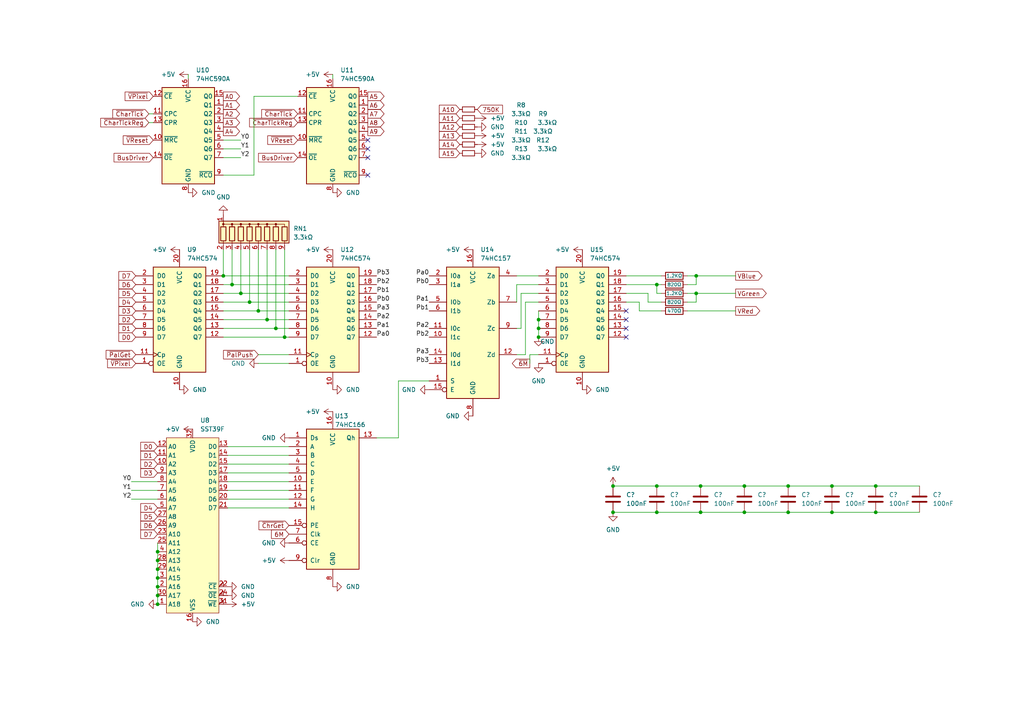
<source format=kicad_sch>
(kicad_sch (version 20230121) (generator eeschema)
  (paper "A4")
  (title_block (title "Video"))
  (lib_symbols
    (symbol "74xx:74HC590A"
      (property "Reference" "U" (at -7.62 16.51 0))
      (property "Value" "74HC590A" (at -7.62 -13.97 0))
      (symbol "74HC590A_1_0"
        (pin tri_state line (at 10.16 10.16 180) (length 2.54) (name "Q1") (number "1"))
        (pin input line (at -10.16 0 0) (length 2.54) (name "~{MRC}") (number "10"))
        (pin input line (at -10.16 7.62 0) (length 2.54) (name "CPC") (number "11"))
        (pin input line (at -10.16 12.7 0) (length 2.54) (name "~{CE}") (number "12"))
        (pin input line (at -10.16 5.08 0) (length 2.54) (name "CPR") (number "13"))
        (pin input line (at -10.16 -5.08 0) (length 2.54) (name "~{OE}") (number "14"))
        (pin tri_state line (at 10.16 12.7 180) (length 2.54) (name "Q0") (number "15"))
        (pin power_in line (at 0 17.78 270) (length 2.54) (name "VCC") (number "16"))
        (pin tri_state line (at 10.16 7.62 180) (length 2.54) (name "Q2") (number "2"))
        (pin tri_state line (at 10.16 5.08 180) (length 2.54) (name "Q3") (number "3"))
        (pin tri_state line (at 10.16 2.54 180) (length 2.54) (name "Q4") (number "4"))
        (pin tri_state line (at 10.16 0 180) (length 2.54) (name "Q5") (number "5"))
        (pin tri_state line (at 10.16 -2.54 180) (length 2.54) (name "Q6") (number "6"))
        (pin tri_state line (at 10.16 -5.08 180) (length 2.54) (name "Q7") (number "7"))
        (pin power_in line (at 0 -15.24 90) (length 2.54) (name "GND") (number "8"))
        (pin output line (at 10.16 -10.16 180) (length 2.54) (name "~{RCO}") (number "9"))
      )
      (symbol "74HC590A_1_1"
        (rectangle (start -7.62 15.24) (end 7.62 -12.7) (stroke (width 0.254)) (fill (type background)))
      )
    )
    (symbol "74xx:74HCT574" (pin_names (offset 1.016))
      (property "Reference" "U" (at -7.62 16.51 0))
      (property "Value" "74HCT574" (at -7.62 -16.51 0))
      (symbol "74HCT574_1_0"
        (pin input inverted (at -12.7 -12.7 0) (length 5.08) (name "OE") (number "1"))
        (pin power_in line (at 0 -20.32 90) (length 5.08) (name "GND") (number "10"))
        (pin input clock (at -12.7 -10.16 0) (length 5.08) (name "Cp") (number "11"))
        (pin tri_state line (at 12.7 -5.08 180) (length 5.08) (name "Q7") (number "12"))
        (pin tri_state line (at 12.7 -2.54 180) (length 5.08) (name "Q6") (number "13"))
        (pin tri_state line (at 12.7 0 180) (length 5.08) (name "Q5") (number "14"))
        (pin tri_state line (at 12.7 2.54 180) (length 5.08) (name "Q4") (number "15"))
        (pin tri_state line (at 12.7 5.08 180) (length 5.08) (name "Q3") (number "16"))
        (pin tri_state line (at 12.7 7.62 180) (length 5.08) (name "Q2") (number "17"))
        (pin tri_state line (at 12.7 10.16 180) (length 5.08) (name "Q1") (number "18"))
        (pin tri_state line (at 12.7 12.7 180) (length 5.08) (name "Q0") (number "19"))
        (pin input line (at -12.7 12.7 0) (length 5.08) (name "D0") (number "2"))
        (pin power_in line (at 0 20.32 270) (length 5.08) (name "VCC") (number "20"))
        (pin input line (at -12.7 10.16 0) (length 5.08) (name "D1") (number "3"))
        (pin input line (at -12.7 7.62 0) (length 5.08) (name "D2") (number "4"))
        (pin input line (at -12.7 5.08 0) (length 5.08) (name "D3") (number "5"))
        (pin input line (at -12.7 2.54 0) (length 5.08) (name "D4") (number "6"))
        (pin input line (at -12.7 0 0) (length 5.08) (name "D5") (number "7"))
        (pin input line (at -12.7 -2.54 0) (length 5.08) (name "D6") (number "8"))
        (pin input line (at -12.7 -5.08 0) (length 5.08) (name "D7") (number "9"))
      )
      (symbol "74HCT574_1_1"
        (rectangle (start -7.62 15.24) (end 7.62 -15.24) (stroke (width 0.254)) (fill (type background)))
      )
    )
    (symbol "74xx:74LS157" (pin_names (offset 1.016))
      (property "Reference" "U" (at -7.62 19.05 0))
      (property "Value" "74LS157" (at -7.62 -21.59 0))
      (symbol "74LS157_1_0"
        (pin input line (at -12.7 -15.24 0) (length 5.08) (name "S") (number "1"))
        (pin input line (at -12.7 -2.54 0) (length 5.08) (name "I1c") (number "10"))
        (pin input line (at -12.7 0 0) (length 5.08) (name "I0c") (number "11"))
        (pin output line (at 12.7 -7.62 180) (length 5.08) (name "Zd") (number "12"))
        (pin input line (at -12.7 -10.16 0) (length 5.08) (name "I1d") (number "13"))
        (pin input line (at -12.7 -7.62 0) (length 5.08) (name "I0d") (number "14"))
        (pin input inverted (at -12.7 -17.78 0) (length 5.08) (name "E") (number "15"))
        (pin power_in line (at 0 22.86 270) (length 5.08) (name "VCC") (number "16"))
        (pin input line (at -12.7 15.24 0) (length 5.08) (name "I0a") (number "2"))
        (pin input line (at -12.7 12.7 0) (length 5.08) (name "I1a") (number "3"))
        (pin output line (at 12.7 15.24 180) (length 5.08) (name "Za") (number "4"))
        (pin input line (at -12.7 7.62 0) (length 5.08) (name "I0b") (number "5"))
        (pin input line (at -12.7 5.08 0) (length 5.08) (name "I1b") (number "6"))
        (pin output line (at 12.7 7.62 180) (length 5.08) (name "Zb") (number "7"))
        (pin power_in line (at 0 -25.4 90) (length 5.08) (name "GND") (number "8"))
        (pin output line (at 12.7 0 180) (length 5.08) (name "Zc") (number "9"))
      )
      (symbol "74LS157_1_1"
        (rectangle (start -7.62 17.78) (end 7.62 -20.32) (stroke (width 0.254)) (fill (type background)))
      )
    )
    (symbol "74xx:74LS166" (pin_names (offset 1.016))
      (property "Reference" "U" (at -7.62 21.59 0))
      (property "Value" "74LS166" (at -7.62 -21.59 0))
      (symbol "74LS166_1_0"
        (pin input line (at -12.7 17.78 0) (length 5.08) (name "Ds") (number "1"))
        (pin input line (at -12.7 5.08 0) (length 5.08) (name "E") (number "10"))
        (pin input line (at -12.7 2.54 0) (length 5.08) (name "F") (number "11"))
        (pin input line (at -12.7 0 0) (length 5.08) (name "G") (number "12"))
        (pin output line (at 12.7 17.78 180) (length 5.08) (name "Qh") (number "13"))
        (pin input line (at -12.7 -2.54 0) (length 5.08) (name "H") (number "14"))
        (pin input inverted (at -12.7 -7.62 0) (length 5.08) (name "PE") (number "15"))
        (pin power_in line (at 0 25.4 270) (length 5.08) (name "VCC") (number "16"))
        (pin input line (at -12.7 15.24 0) (length 5.08) (name "A") (number "2"))
        (pin input line (at -12.7 12.7 0) (length 5.08) (name "B") (number "3"))
        (pin input line (at -12.7 10.16 0) (length 5.08) (name "C") (number "4"))
        (pin input line (at -12.7 7.62 0) (length 5.08) (name "D") (number "5"))
        (pin input inverted (at -12.7 -12.7 0) (length 5.08) (name "CE") (number "6"))
        (pin input line (at -12.7 -10.16 0) (length 5.08) (name "Clk") (number "7"))
        (pin power_in line (at 0 -25.4 90) (length 5.08) (name "GND") (number "8"))
        (pin input inverted (at -12.7 -17.78 0) (length 5.08) (name "Clr") (number "9"))
      )
      (symbol "74LS166_1_1"
        (rectangle (start -7.62 20.32) (end 7.62 -20.32) (stroke (width 0.254)) (fill (type background)))
      )
    )
    (symbol "Device:C" (pin_numbers hide) (pin_names (offset 0.254))
      (property "Reference" "C" (at 0.635 2.54 0))
      (property "Value" "C" (at 0.635 -2.54 0))
      (symbol "C_0_1"
        (polyline (pts (xy -2.032 -0.762) (xy 2.032 -0.762)) (stroke (width 0.508)))
        (polyline (pts (xy -2.032 0.762) (xy 2.032 0.762)) (stroke (width 0.508)))
      )
      (symbol "C_1_1"
        (pin passive line (at 0 3.81 270) (length 2.794) (name "~") (number "1"))
        (pin passive line (at 0 -3.81 90) (length 2.794) (name "~") (number "2"))
      )
    )
    (symbol "Device:R" (pin_numbers hide) (pin_names (offset 0))
      (property "Reference" "R" (at 2.032 0 90))
      (property "Value" "R" (at 0 0 90))
      (symbol "R_0_1"
        (rectangle (start -1.016 -2.54) (end 1.016 2.54) (stroke (width 0.254)))
      )
      (symbol "R_1_1"
        (pin passive line (at 0 3.81 270) (length 1.27) (name "~") (number "1"))
        (pin passive line (at 0 -3.81 90) (length 1.27) (name "~") (number "2"))
      )
    )
    (symbol "Device:R_Network08" (pin_names (offset 0) hide)
      (property "Reference" "RN" (at -12.7 0 90))
      (property "Value" "R_Network08" (at 10.16 0 90))
      (symbol "R_Network08_0_1"
        (rectangle (start -11.43 -3.175) (end 8.89 3.175) (stroke (width 0.254)) (fill (type background)))
        (rectangle (start -10.922 1.524) (end -9.398 -2.54) (stroke (width 0.254)))
        (circle (center -10.16 2.286) (radius 0.254) (fill (type outline)))
        (rectangle (start -8.382 1.524) (end -6.858 -2.54) (stroke (width 0.254)))
        (circle (center -7.62 2.286) (radius 0.254) (fill (type outline)))
        (rectangle (start -5.842 1.524) (end -4.318 -2.54) (stroke (width 0.254)))
        (circle (center -5.08 2.286) (radius 0.254) (fill (type outline)))
        (rectangle (start -3.302 1.524) (end -1.778 -2.54) (stroke (width 0.254)))
        (circle (center -2.54 2.286) (radius 0.254) (fill (type outline)))
        (rectangle (start -0.762 1.524) (end 0.762 -2.54) (stroke (width 0.254)))
        (polyline (pts (xy -10.16 -2.54) (xy -10.16 -3.81)))
        (polyline (pts (xy -7.62 -2.54) (xy -7.62 -3.81)))
        (polyline (pts (xy -5.08 -2.54) (xy -5.08 -3.81)))
        (polyline (pts (xy -2.54 -2.54) (xy -2.54 -3.81)))
        (polyline (pts (xy 0 -2.54) (xy 0 -3.81)))
        (polyline (pts (xy 2.54 -2.54) (xy 2.54 -3.81)))
        (polyline (pts (xy 5.08 -2.54) (xy 5.08 -3.81)))
        (polyline (pts (xy 7.62 -2.54) (xy 7.62 -3.81)))
        (polyline (pts (xy -10.16 1.524) (xy -10.16 2.286) (xy -7.62 2.286) (xy -7.62 1.524)))
        (polyline (pts (xy -7.62 1.524) (xy -7.62 2.286) (xy -5.08 2.286) (xy -5.08 1.524)))
        (polyline (pts (xy -5.08 1.524) (xy -5.08 2.286) (xy -2.54 2.286) (xy -2.54 1.524)))
        (polyline (pts (xy -2.54 1.524) (xy -2.54 2.286) (xy 0 2.286) (xy 0 1.524)))
        (polyline (pts (xy 0 1.524) (xy 0 2.286) (xy 2.54 2.286) (xy 2.54 1.524)))
        (polyline (pts (xy 2.54 1.524) (xy 2.54 2.286) (xy 5.08 2.286) (xy 5.08 1.524)))
        (polyline (pts (xy 5.08 1.524) (xy 5.08 2.286) (xy 7.62 2.286) (xy 7.62 1.524)))
        (circle (center 0 2.286) (radius 0.254) (fill (type outline)))
        (rectangle (start 1.778 1.524) (end 3.302 -2.54) (stroke (width 0.254)))
        (circle (center 2.54 2.286) (radius 0.254) (fill (type outline)))
        (rectangle (start 4.318 1.524) (end 5.842 -2.54) (stroke (width 0.254)))
        (circle (center 5.08 2.286) (radius 0.254) (fill (type outline)))
        (rectangle (start 6.858 1.524) (end 8.382 -2.54) (stroke (width 0.254)))
      )
      (symbol "R_Network08_1_1"
        (pin passive line (at -10.16 5.08 270) (length 2.54) (name "common") (number "1"))
        (pin passive line (at -10.16 -5.08 90) (length 1.27) (name "R1") (number "2"))
        (pin passive line (at -7.62 -5.08 90) (length 1.27) (name "R2") (number "3"))
        (pin passive line (at -5.08 -5.08 90) (length 1.27) (name "R3") (number "4"))
        (pin passive line (at -2.54 -5.08 90) (length 1.27) (name "R4") (number "5"))
        (pin passive line (at 0 -5.08 90) (length 1.27) (name "R5") (number "6"))
        (pin passive line (at 2.54 -5.08 90) (length 1.27) (name "R6") (number "7"))
        (pin passive line (at 5.08 -5.08 90) (length 1.27) (name "R7") (number "8"))
        (pin passive line (at 7.62 -5.08 90) (length 1.27) (name "R8") (number "9"))
      )
    )
    (symbol "Device:R_Small" (pin_numbers hide) (pin_names (offset 0.254) hide)
      (property "Reference" "R" (at 0.762 0.508 0))
      (property "Value" "R_Small" (at 0.762 -1.016 0))
      (symbol "R_Small_0_1"
        (rectangle (start -0.762 1.778) (end 0.762 -1.778) (stroke (width 0.2032)))
      )
      (symbol "R_Small_1_1"
        (pin passive line (at 0 2.54 270) (length 0.762) (name "~") (number "1"))
        (pin passive line (at 0 -2.54 90) (length 0.762) (name "~") (number "2"))
      )
    )
    (symbol "Memory_Lib:SST39SF040"
      (property "Reference" "U" (at 11.43 54.61 0))
      (property "Value" "SST39SF040" (at 19.05 52.07 0))
      (symbol "SST39SF040_1_1"
        (rectangle (start 0 50.8) (end 15.24 0) (fill (type background)))
        (pin input line (at -2.54 2.54 0) (length 2.54) (name "A18") (number "1"))
        (pin input line (at -2.54 43.18 0) (length 2.54) (name "A2") (number "10"))
        (pin input line (at -2.54 45.72 0) (length 2.54) (name "A1") (number "11"))
        (pin input line (at -2.54 48.26 0) (length 2.54) (name "A0") (number "12"))
        (pin bidirectional line (at 17.78 48.26 180) (length 2.54) (name "D0") (number "13"))
        (pin bidirectional line (at 17.78 45.72 180) (length 2.54) (name "D1") (number "14"))
        (pin bidirectional line (at 17.78 43.18 180) (length 2.54) (name "D2") (number "15"))
        (pin power_in line (at 7.62 -2.54 90) (length 2.54) (name "VSS") (number "16"))
        (pin bidirectional line (at 17.78 40.64 180) (length 2.54) (name "D3") (number "17"))
        (pin bidirectional line (at 17.78 38.1 180) (length 2.54) (name "D4") (number "18"))
        (pin bidirectional line (at 17.78 35.56 180) (length 2.54) (name "D5") (number "19"))
        (pin input line (at -2.54 7.62 0) (length 2.54) (name "A16") (number "2"))
        (pin bidirectional line (at 17.78 33.02 180) (length 2.54) (name "D6") (number "20"))
        (pin bidirectional line (at 17.78 30.48 180) (length 2.54) (name "D7") (number "21"))
        (pin input input_low (at 17.78 7.62 180) (length 2.54) (name "~{CE}") (number "22"))
        (pin input line (at -2.54 22.86 0) (length 2.54) (name "A10") (number "23"))
        (pin input input_low (at 17.78 5.08 180) (length 2.54) (name "~{OE}") (number "24"))
        (pin input line (at -2.54 20.32 0) (length 2.54) (name "A11") (number "25"))
        (pin input line (at -2.54 25.4 0) (length 2.54) (name "A9") (number "26"))
        (pin input line (at -2.54 27.94 0) (length 2.54) (name "A8") (number "27"))
        (pin input line (at -2.54 15.24 0) (length 2.54) (name "A13") (number "28"))
        (pin input line (at -2.54 12.7 0) (length 2.54) (name "A14") (number "29"))
        (pin input line (at -2.54 10.16 0) (length 2.54) (name "A15") (number "3"))
        (pin input line (at -2.54 5.08 0) (length 2.54) (name "A17") (number "30"))
        (pin input input_low (at 17.78 2.54 180) (length 2.54) (name "~{WE}") (number "31"))
        (pin power_in line (at 7.62 53.34 270) (length 2.54) (name "VDD") (number "32"))
        (pin input line (at -2.54 17.78 0) (length 2.54) (name "A12") (number "4"))
        (pin input line (at -2.54 30.48 0) (length 2.54) (name "A7") (number "5"))
        (pin input line (at -2.54 33.02 0) (length 2.54) (name "A6") (number "6"))
        (pin input line (at -2.54 35.56 0) (length 2.54) (name "A5") (number "7"))
        (pin input line (at -2.54 38.1 0) (length 2.54) (name "A4") (number "8"))
        (pin input line (at -2.54 40.64 0) (length 2.54) (name "A3") (number "9"))
      )
    )
    (symbol "power:+5V" (power) (pin_names (offset 0))
      (property "Value" "+5V" (at 0 3.556 0))
      (symbol "+5V_0_1"
        (polyline (pts (xy -0.762 1.27) (xy 0 2.54)))
        (polyline (pts (xy 0 0) (xy 0 2.54)))
        (polyline (pts (xy 0 2.54) (xy 0.762 1.27)))
      )
      (symbol "+5V_1_1"
        (pin power_in line (at 0 0 90) (length 0) hide (name "+5V") (number "1"))
      )
    )
    (symbol "power:GND" (power) (pin_names (offset 0))
      (property "Value" "GND" (at 0 -3.81 0))
      (symbol "GND_0_1"
        (polyline (pts (xy 0 0) (xy 0 -1.27) (xy 1.27 -1.27) (xy 0 -2.54) (xy -1.27 -1.27) (xy 0 -1.27)))
      )
      (symbol "GND_1_1"
        (pin power_in line (at 0 0 270) (length 0) hide (name "GND") (number "1"))
      )
    )
  )
  (junction (at 45.72 175.26))
  (junction (at 241.3 148.59))
  (junction (at 64.77 80.01))
  (junction (at 45.72 167.64))
  (junction (at 45.72 162.56))
  (junction (at 201.93 80.01))
  (junction (at 45.72 160.02))
  (junction (at 254 148.59))
  (junction (at 203.2 148.59))
  (junction (at 228.6 140.97))
  (junction (at 203.2 140.97))
  (junction (at 45.72 172.72))
  (junction (at 215.9 140.97))
  (junction (at 74.93 90.17))
  (junction (at 254 140.97))
  (junction (at 45.72 165.1))
  (junction (at 82.55 97.79))
  (junction (at 72.39 87.63))
  (junction (at 201.93 85.09))
  (junction (at 45.72 170.18))
  (junction (at 215.9 148.59))
  (junction (at 77.47 92.71))
  (junction (at 156.21 97.79))
  (junction (at 156.21 92.71))
  (junction (at 228.6 148.59))
  (junction (at 177.8 148.59))
  (junction (at 190.5 148.59))
  (junction (at 69.85 85.09))
  (junction (at 80.01 95.25))
  (junction (at 241.3 140.97))
  (junction (at 67.31 82.55))
  (junction (at 177.8 140.97))
  (junction (at 156.21 95.25))
  (junction (at 190.5 140.97))
  (junction (at 190.5 82.55))
  (no_connect (at 181.61 97.79))
  (no_connect (at 181.61 92.71))
  (no_connect (at 106.68 50.8))
  (no_connect (at 181.61 95.25))
  (no_connect (at 106.68 40.64))
  (no_connect (at 106.68 43.18))
  (no_connect (at 181.61 90.17))
  (no_connect (at 106.68 45.72))
  (wire (pts (xy 66.04 139.7) (xy 83.82 139.7)))
  (wire (pts (xy 153.67 105.41) (xy 153.67 102.87)))
  (wire (pts (xy 45.72 157.48) (xy 45.72 160.02)))
  (wire (pts (xy 96.52 21.59) (xy 96.52 22.86)))
  (wire (pts (xy 156.21 95.25) (xy 156.21 97.79)))
  (wire (pts (xy 215.9 148.59) (xy 228.6 148.59)))
  (wire (pts (xy 64.77 50.8) (xy 73.66 50.8)))
  (wire (pts (xy 191.77 85.09) (xy 190.5 85.09)))
  (wire (pts (xy 66.04 147.32) (xy 83.82 147.32)))
  (wire (pts (xy 241.3 148.59) (xy 254 148.59)))
  (wire (pts (xy 67.31 82.55) (xy 64.77 82.55)))
  (wire (pts (xy 151.13 95.25) (xy 151.13 85.09)))
  (wire (pts (xy 72.39 72.39) (xy 72.39 87.63)))
  (wire (pts (xy 199.39 82.55) (xy 201.93 82.55)))
  (wire (pts (xy 149.86 102.87) (xy 152.4 102.87)))
  (wire (pts (xy 72.39 87.63) (xy 64.77 87.63)))
  (wire (pts (xy 177.8 140.97) (xy 190.5 140.97)))
  (wire (pts (xy 45.72 170.18) (xy 45.72 172.72)))
  (wire (pts (xy 82.55 97.79) (xy 64.77 97.79)))
  (wire (pts (xy 215.9 140.97) (xy 228.6 140.97)))
  (wire (pts (xy 83.82 105.41) (xy 74.93 105.41)))
  (wire (pts (xy 156.21 90.17) (xy 156.21 92.71)))
  (wire (pts (xy 199.39 80.01) (xy 201.93 80.01)))
  (wire (pts (xy 190.5 140.97) (xy 203.2 140.97)))
  (wire (pts (xy 201.93 85.09) (xy 213.36 85.09)))
  (wire (pts (xy 83.82 87.63) (xy 72.39 87.63)))
  (wire (pts (xy 66.04 132.08) (xy 83.82 132.08)))
  (wire (pts (xy 45.72 160.02) (xy 45.72 162.56)))
  (wire (pts (xy 187.96 87.63) (xy 191.77 87.63)))
  (wire (pts (xy 45.72 165.1) (xy 45.72 167.64)))
  (wire (pts (xy 115.57 127) (xy 115.57 110.49)))
  (wire (pts (xy 45.72 162.56) (xy 45.72 165.1)))
  (wire (pts (xy 66.04 129.54) (xy 83.82 129.54)))
  (wire (pts (xy 43.18 33.02) (xy 44.45 33.02)))
  (wire (pts (xy 151.13 85.09) (xy 156.21 85.09)))
  (wire (pts (xy 83.82 80.01) (xy 64.77 80.01)))
  (wire (pts (xy 77.47 72.39) (xy 77.47 92.71)))
  (wire (pts (xy 181.61 80.01) (xy 191.77 80.01)))
  (wire (pts (xy 115.57 110.49) (xy 124.46 110.49)))
  (wire (pts (xy 152.4 87.63) (xy 156.21 87.63)))
  (wire (pts (xy 66.04 137.16) (xy 83.82 137.16)))
  (wire (pts (xy 38.1 144.78) (xy 45.72 144.78)))
  (wire (pts (xy 187.96 85.09) (xy 187.96 87.63)))
  (wire (pts (xy 69.85 40.64) (xy 64.77 40.64)))
  (wire (pts (xy 83.82 97.79) (xy 82.55 97.79)))
  (wire (pts (xy 45.72 172.72) (xy 45.72 175.26)))
  (wire (pts (xy 74.93 90.17) (xy 64.77 90.17)))
  (wire (pts (xy 228.6 148.59) (xy 241.3 148.59)))
  (wire (pts (xy 64.77 72.39) (xy 64.77 80.01)))
  (wire (pts (xy 181.61 85.09) (xy 187.96 85.09)))
  (wire (pts (xy 83.82 95.25) (xy 80.01 95.25)))
  (wire (pts (xy 156.21 92.71) (xy 156.21 95.25)))
  (wire (pts (xy 67.31 72.39) (xy 67.31 82.55)))
  (wire (pts (xy 201.93 80.01) (xy 201.93 82.55)))
  (wire (pts (xy 38.1 139.7) (xy 45.72 139.7)))
  (wire (pts (xy 190.5 82.55) (xy 191.77 82.55)))
  (wire (pts (xy 201.93 80.01) (xy 213.36 80.01)))
  (wire (pts (xy 152.4 102.87) (xy 152.4 87.63)))
  (wire (pts (xy 83.82 90.17) (xy 74.93 90.17)))
  (wire (pts (xy 77.47 92.71) (xy 64.77 92.71)))
  (wire (pts (xy 185.42 87.63) (xy 185.42 90.17)))
  (wire (pts (xy 185.42 90.17) (xy 191.77 90.17)))
  (wire (pts (xy 254 140.97) (xy 266.7 140.97)))
  (wire (pts (xy 109.22 127) (xy 115.57 127)))
  (wire (pts (xy 83.82 82.55) (xy 67.31 82.55)))
  (wire (pts (xy 82.55 72.39) (xy 82.55 97.79)))
  (wire (pts (xy 177.8 148.59) (xy 190.5 148.59)))
  (wire (pts (xy 199.39 85.09) (xy 201.93 85.09)))
  (wire (pts (xy 190.5 82.55) (xy 190.5 85.09)))
  (wire (pts (xy 43.18 35.56) (xy 44.45 35.56)))
  (wire (pts (xy 83.82 102.87) (xy 74.93 102.87)))
  (wire (pts (xy 80.01 95.25) (xy 64.77 95.25)))
  (wire (pts (xy 73.66 27.94) (xy 86.36 27.94)))
  (wire (pts (xy 149.86 82.55) (xy 149.86 87.63)))
  (wire (pts (xy 66.04 142.24) (xy 83.82 142.24)))
  (wire (pts (xy 74.93 72.39) (xy 74.93 90.17)))
  (wire (pts (xy 69.85 72.39) (xy 69.85 85.09)))
  (wire (pts (xy 199.39 90.17) (xy 213.36 90.17)))
  (wire (pts (xy 199.39 87.63) (xy 201.93 87.63)))
  (wire (pts (xy 149.86 95.25) (xy 151.13 95.25)))
  (wire (pts (xy 80.01 72.39) (xy 80.01 95.25)))
  (wire (pts (xy 66.04 134.62) (xy 83.82 134.62)))
  (wire (pts (xy 181.61 82.55) (xy 190.5 82.55)))
  (wire (pts (xy 45.72 167.64) (xy 45.72 170.18)))
  (wire (pts (xy 149.86 82.55) (xy 156.21 82.55)))
  (wire (pts (xy 203.2 140.97) (xy 215.9 140.97)))
  (wire (pts (xy 69.85 43.18) (xy 64.77 43.18)))
  (wire (pts (xy 228.6 140.97) (xy 241.3 140.97)))
  (wire (pts (xy 203.2 148.59) (xy 215.9 148.59)))
  (wire (pts (xy 66.04 144.78) (xy 83.82 144.78)))
  (wire (pts (xy 190.5 148.59) (xy 203.2 148.59)))
  (wire (pts (xy 69.85 85.09) (xy 64.77 85.09)))
  (wire (pts (xy 83.82 92.71) (xy 77.47 92.71)))
  (wire (pts (xy 254 148.59) (xy 266.7 148.59)))
  (wire (pts (xy 38.1 142.24) (xy 45.72 142.24)))
  (wire (pts (xy 73.66 50.8) (xy 73.66 27.94)))
  (wire (pts (xy 153.67 102.87) (xy 156.21 102.87)))
  (wire (pts (xy 54.61 21.59) (xy 54.61 22.86)))
  (wire (pts (xy 201.93 87.63) (xy 201.93 85.09)))
  (wire (pts (xy 149.86 80.01) (xy 156.21 80.01)))
  (wire (pts (xy 181.61 87.63) (xy 185.42 87.63)))
  (wire (pts (xy 241.3 140.97) (xy 254 140.97)))
  (wire (pts (xy 69.85 45.72) (xy 64.77 45.72)))
  (wire (pts (xy 83.82 85.09) (xy 69.85 85.09)))
  (label "Pa1" (at 109.22 95.25 0))
  (label "Y0" (at 38.1 139.7 180))
  (label "Pa2" (at 109.22 92.71 0))
  (label "Pb0" (at 109.22 87.63 0))
  (label "Pb2" (at 109.22 82.55 0))
  (label "Pa3" (at 124.46 102.87 180))
  (label "Pb3" (at 124.46 105.41 180))
  (label "Y1" (at 69.85 43.18 0))
  (label "Pa2" (at 124.46 95.25 180))
  (label "Y0" (at 69.85 40.64 0))
  (label "Pa0" (at 109.22 97.79 0))
  (label "Pb0" (at 124.46 82.55 180))
  (label "Pb1" (at 109.22 85.09 0))
  (label "Y1" (at 38.1 142.24 180))
  (label "Y2" (at 38.1 144.78 180))
  (label "Pb1" (at 124.46 90.17 180))
  (label "Pa0" (at 124.46 80.01 180))
  (label "Pa3" (at 109.22 90.17 0))
  (label "Pb3" (at 109.22 80.01 0))
  (label "Pb2" (at 124.46 97.79 180))
  (label "Pa1" (at 124.46 87.63 180))
  (label "Y2" (at 69.85 45.72 0))
  (global_label "~{6M}" (shape output) (at 153.67 105.41 180) (property "Intersheetrefs" "${INTERSHEET_REFS}" (effects hide)))
  (global_label "A10" (shape input) (at 133.35 31.75 180) (property "Intersheetrefs" "${INTERSHEET_REFS}" (effects hide)))
  (global_label "D4" (shape input) (at 39.37 87.63 180) (property "Intersheetrefs" "${INTERSHEET_REFS}" (effects hide)))
  (global_label "A4" (shape output) (at 64.77 38.1 0) (property "Intersheetrefs" "${INTERSHEET_REFS}" (effects hide)))
  (global_label "A14" (shape input) (at 133.35 41.91 180) (property "Intersheetrefs" "${INTERSHEET_REFS}" (effects hide)))
  (global_label "A0" (shape output) (at 64.77 27.94 0) (property "Intersheetrefs" "${INTERSHEET_REFS}" (effects hide)))
  (global_label "~{VPixel}" (shape input) (at 44.45 27.94 180) (property "Intersheetrefs" "${INTERSHEET_REFS}" (effects hide)))
  (global_label "VGreen" (shape output) (at 213.36 85.09 0) (property "Intersheetrefs" "${INTERSHEET_REFS}" (effects hide)))
  (global_label "VRed" (shape output) (at 213.36 90.17 0) (property "Intersheetrefs" "${INTERSHEET_REFS}" (effects hide)))
  (global_label "BusDriver" (shape input) (at 86.36 45.72 180) (property "Intersheetrefs" "${INTERSHEET_REFS}" (effects hide)))
  (global_label "D3" (shape input) (at 39.37 90.17 180) (property "Intersheetrefs" "${INTERSHEET_REFS}" (effects hide)))
  (global_label "D2" (shape input) (at 45.72 134.62 180) (property "Intersheetrefs" "${INTERSHEET_REFS}" (effects hide)))
  (global_label "A11" (shape input) (at 133.35 34.29 180) (property "Intersheetrefs" "${INTERSHEET_REFS}" (effects hide)))
  (global_label "~{VReset}" (shape input) (at 44.45 40.64 180) (property "Intersheetrefs" "${INTERSHEET_REFS}" (effects hide)))
  (global_label "~{CharTick}" (shape input) (at 86.36 33.02 180) (property "Intersheetrefs" "${INTERSHEET_REFS}" (effects hide)))
  (global_label "D4" (shape input) (at 45.72 147.32 180) (property "Intersheetrefs" "${INTERSHEET_REFS}" (effects hide)))
  (global_label "~{ChrGet}" (shape input) (at 83.82 152.4 180) (property "Intersheetrefs" "${INTERSHEET_REFS}" (effects hide)))
  (global_label "A9" (shape output) (at 106.68 38.1 0) (property "Intersheetrefs" "${INTERSHEET_REFS}" (effects hide)))
  (global_label "D0" (shape input) (at 39.37 97.79 180) (property "Intersheetrefs" "${INTERSHEET_REFS}" (effects hide)))
  (global_label "D5" (shape input) (at 45.72 149.86 180) (property "Intersheetrefs" "${INTERSHEET_REFS}" (effects hide)))
  (global_label "~{CharTick}" (shape input) (at 43.18 33.02 180) (property "Intersheetrefs" "${INTERSHEET_REFS}" (effects hide)))
  (global_label "A1" (shape output) (at 64.77 30.48 0) (property "Intersheetrefs" "${INTERSHEET_REFS}" (effects hide)))
  (global_label "D5" (shape input) (at 39.37 85.09 180) (property "Intersheetrefs" "${INTERSHEET_REFS}" (effects hide)))
  (global_label "D1" (shape input) (at 45.72 132.08 180) (property "Intersheetrefs" "${INTERSHEET_REFS}" (effects hide)))
  (global_label "A2" (shape output) (at 64.77 33.02 0) (property "Intersheetrefs" "${INTERSHEET_REFS}" (effects hide)))
  (global_label "~{CharTickReg}" (shape input) (at 43.18 35.56 180) (property "Intersheetrefs" "${INTERSHEET_REFS}" (effects hide)))
  (global_label "D3" (shape input) (at 45.72 137.16 180) (property "Intersheetrefs" "${INTERSHEET_REFS}" (effects hide)))
  (global_label "A5" (shape output) (at 106.68 27.94 0) (property "Intersheetrefs" "${INTERSHEET_REFS}" (effects hide)))
  (global_label "~{CharTickReg}" (shape input) (at 86.36 35.56 180) (property "Intersheetrefs" "${INTERSHEET_REFS}" (effects hide)))
  (global_label "D2" (shape input) (at 39.37 92.71 180) (property "Intersheetrefs" "${INTERSHEET_REFS}" (effects hide)))
  (global_label "D6" (shape input) (at 39.37 82.55 180) (property "Intersheetrefs" "${INTERSHEET_REFS}" (effects hide)))
  (global_label "~{VReset}" (shape input) (at 86.36 40.64 180) (property "Intersheetrefs" "${INTERSHEET_REFS}" (effects hide)))
  (global_label "~{VPixel}" (shape input) (at 39.37 105.41 180) (property "Intersheetrefs" "${INTERSHEET_REFS}" (effects hide)))
  (global_label "VBlue" (shape output) (at 213.36 80.01 0) (property "Intersheetrefs" "${INTERSHEET_REFS}" (effects hide)))
  (global_label "6M" (shape input) (at 83.82 154.94 180) (property "Intersheetrefs" "${INTERSHEET_REFS}" (effects hide)))
  (global_label "A6" (shape output) (at 106.68 30.48 0) (property "Intersheetrefs" "${INTERSHEET_REFS}" (effects hide)))
  (global_label "750K" (shape input) (at 138.43 31.75 0) (property "Intersheetrefs" "${INTERSHEET_REFS}" (effects hide)))
  (global_label "D7" (shape input) (at 39.37 80.01 180) (property "Intersheetrefs" "${INTERSHEET_REFS}" (effects hide)))
  (global_label "BusDriver" (shape input) (at 44.45 45.72 180) (property "Intersheetrefs" "${INTERSHEET_REFS}" (effects hide)))
  (global_label "A12" (shape input) (at 133.35 36.83 180) (property "Intersheetrefs" "${INTERSHEET_REFS}" (effects hide)))
  (global_label "~{PalPush}" (shape input) (at 74.93 102.87 180) (property "Intersheetrefs" "${INTERSHEET_REFS}" (effects hide)))
  (global_label "A8" (shape output) (at 106.68 35.56 0) (property "Intersheetrefs" "${INTERSHEET_REFS}" (effects hide)))
  (global_label "~{PalGet}" (shape input) (at 39.37 102.87 180) (property "Intersheetrefs" "${INTERSHEET_REFS}" (effects hide)))
  (global_label "D7" (shape input) (at 45.72 154.94 180) (property "Intersheetrefs" "${INTERSHEET_REFS}" (effects hide)))
  (global_label "A13" (shape input) (at 133.35 39.37 180) (property "Intersheetrefs" "${INTERSHEET_REFS}" (effects hide)))
  (global_label "A15" (shape input) (at 133.35 44.45 180) (property "Intersheetrefs" "${INTERSHEET_REFS}" (effects hide)))
  (global_label "A7" (shape output) (at 106.68 33.02 0) (property "Intersheetrefs" "${INTERSHEET_REFS}" (effects hide)))
  (global_label "D0" (shape input) (at 45.72 129.54 180) (property "Intersheetrefs" "${INTERSHEET_REFS}" (effects hide)))
  (global_label "D1" (shape input) (at 39.37 95.25 180) (property "Intersheetrefs" "${INTERSHEET_REFS}" (effects hide)))
  (global_label "A3" (shape output) (at 64.77 35.56 0) (property "Intersheetrefs" "${INTERSHEET_REFS}" (effects hide)))
  (global_label "D6" (shape input) (at 45.72 152.4 180) (property "Intersheetrefs" "${INTERSHEET_REFS}" (effects hide)))
  (symbol (lib_id "power:GND") (at 168.91 113.03 90) (unit 1)
    (property "Reference" "#PWR015" (effects hide))
    (property "Value" "GND" (at 172.72 113.03 90) (effects (justify right)))
    (instances (project "v0c" (path "" (reference "#PWR015") (unit 1)) (path "" (reference "#PWR038") (unit 1)) (path "" (reference "#PWR069") (unit 1))))
  )
  (symbol (lib_id "74xx:74HCT574") (at 96.52 92.71 0) (unit 1)
    (property "Reference" "U12" (at 98.7141 72.39 0) (effects (justify left)))
    (property "Value" "74HC574" (at 98.7141 74.93 0) (effects (justify left)))
    (property "Footprint" "PCM_Package_DIP_AKL:DIP-20_W7.62mm_Socket_LongPads" (effects hide))
    (property "Datasheet" "http://www.ti.com/lit/gpn/sn74HCT574" (effects hide))
  )
  (symbol (lib_id "power:GND") (at 96.52 113.03 90) (unit 1)
    (property "Reference" "#PWR015" (effects hide))
    (property "Value" "GND" (at 100.33 113.03 90) (effects (justify right)))
    (instances (project "v0c" (path "" (reference "#PWR015") (unit 1)) (path "" (reference "#PWR038") (unit 1)) (path "" (reference "#PWR055") (unit 1))))
  )
  (symbol (lib_id "Device:R_Small") (at 135.89 34.29 90) (unit 1)
    (property "Reference" "R9" (at 157.48 33.02 90))
    (property "Value" "3.3kΩ" (at 158.75 35.56 90))
    (property "Footprint" "Resistor_THT:R_Axial_DIN0204_L3.6mm_D1.6mm_P7.62mm_Horizontal" (effects hide))
  )
  (symbol (lib_id "74xx:74HCT574") (at 168.91 92.71 0) (unit 1)
    (property "Reference" "U15" (at 171.1041 72.39 0) (effects (justify left)))
    (property "Value" "74HC574" (at 171.1041 74.93 0) (effects (justify left)))
    (property "Footprint" "PCM_Package_DIP_AKL:DIP-20_W7.62mm_Socket_LongPads" (effects hide))
    (property "Datasheet" "http://www.ti.com/lit/gpn/sn74HCT574" (effects hide))
  )
  (symbol (lib_id "power:+5V") (at 66.04 175.26 270) (unit 1)
    (property "Reference" "#PWR017" (effects hide))
    (property "Value" "+5V" (at 69.85 175.26 90) (effects (justify left)))
    (instances (project "v0c" (path "" (reference "#PWR017") (unit 1)) (path "" (reference "#PWR039") (unit 1)) (path "" (reference "#PWR047") (unit 1))))
  )
  (symbol (lib_id "power:GND") (at 156.21 105.41 0) (unit 1)
    (property "Reference" "#PWR015" (effects hide))
    (property "Value" "GND" (at 156.21 110.49 0))
    (instances (project "v0c" (path "" (reference "#PWR015") (unit 1)) (path "" (reference "#PWR038") (unit 1)) (path "" (reference "#PWR067") (unit 1))))
  )
  (symbol (lib_id "Device:C") (at 190.5 144.78 0) (unit 1)
    (property "Reference" "C?" (at 194.31 143.51 0) (effects (justify left)))
    (property "Value" "100nF" (at 194.31 146.05 0) (effects (justify left)))
    (property "Footprint" "Capacitor_THT:C_Disc_D3.0mm_W2.0mm_P2.50mm" (effects hide))
    (instances (project "v0c" (path "" (reference "C?") (unit 1)) (path "" (reference "C12") (unit 1))))
  )
  (symbol (lib_id "power:+5V") (at 96.52 72.39 90) (unit 1)
    (property "Reference" "#PWR017" (effects hide))
    (property "Value" "+5V" (at 92.71 72.39 90) (effects (justify left)))
    (instances (project "v0c" (path "" (reference "#PWR017") (unit 1)) (path "" (reference "#PWR039") (unit 1)) (path "" (reference "#PWR054") (unit 1))))
  )
  (symbol (lib_id "74xx:74HCT574") (at 52.07 92.71 0) (unit 1)
    (property "Reference" "U9" (at 54.2641 72.39 0) (effects (justify left)))
    (property "Value" "74HC574" (at 54.2641 74.93 0) (effects (justify left)))
    (property "Footprint" "PCM_Package_DIP_AKL:DIP-20_W7.62mm_Socket_LongPads" (effects hide))
    (property "Datasheet" "http://www.ti.com/lit/gpn/sn74HCT574" (effects hide))
  )
  (symbol (lib_id "Device:C") (at 177.8 144.78 0) (unit 1)
    (property "Reference" "C?" (at 181.61 143.51 0) (effects (justify left)))
    (property "Value" "100nF" (at 181.61 146.05 0) (effects (justify left)))
    (property "Footprint" "Capacitor_THT:C_Disc_D3.0mm_W2.0mm_P2.50mm" (effects hide))
    (instances (project "v0c" (path "" (reference "C?") (unit 1)) (path "" (reference "C11") (unit 1))))
  )
  (symbol (lib_id "power:+5V") (at 83.82 162.56 90) (unit 1)
    (property "Reference" "#PWR017" (effects hide))
    (property "Value" "+5V" (at 80.01 162.56 90) (effects (justify left)))
    (instances (project "v0c" (path "" (reference "#PWR017") (unit 1)) (path "" (reference "#PWR039") (unit 1)) (path "" (reference "#PWR051") (unit 1))))
  )
  (symbol (lib_id "Device:C") (at 254 144.78 0) (unit 1)
    (property "Reference" "C?" (at 257.81 143.51 0) (effects (justify left)))
    (property "Value" "100nF" (at 257.81 146.05 0) (effects (justify left)))
    (property "Footprint" "Capacitor_THT:C_Disc_D3.0mm_W2.0mm_P2.50mm" (effects hide))
    (instances (project "v0c" (path "" (reference "C?") (unit 1)) (path "" (reference "C17") (unit 1))))
  )
  (symbol (lib_id "power:+5V") (at 96.52 119.38 90) (unit 1)
    (property "Reference" "#PWR017" (effects hide))
    (property "Value" "+5V" (at 92.71 119.38 90) (effects (justify left)))
    (instances (project "v0c" (path "" (reference "#PWR017") (unit 1)) (path "" (reference "#PWR039") (unit 1)) (path "" (reference "#PWR056") (unit 1))))
  )
  (symbol (lib_id "power:GND") (at 124.46 113.03 270) (unit 1)
    (property "Reference" "#PWR015" (effects hide))
    (property "Value" "GND" (at 120.65 113.03 90) (effects (justify right)))
    (instances (project "v0c" (path "" (reference "#PWR015") (unit 1)) (path "" (reference "#PWR038") (unit 1)) (path "" (reference "#PWR058") (unit 1))))
  )
  (symbol (lib_id "Device:C") (at 228.6 144.78 0) (unit 1)
    (property "Reference" "C?" (at 232.41 143.51 0) (effects (justify left)))
    (property "Value" "100nF" (at 232.41 146.05 0) (effects (justify left)))
    (property "Footprint" "Capacitor_THT:C_Disc_D3.0mm_W2.0mm_P2.50mm" (effects hide))
    (instances (project "v0c" (path "" (reference "C?") (unit 1)) (path "" (reference "C15") (unit 1))))
  )
  (symbol (lib_id "Device:C") (at 215.9 144.78 0) (unit 1)
    (property "Reference" "C?" (at 219.71 143.51 0) (effects (justify left)))
    (property "Value" "100nF" (at 219.71 146.05 0) (effects (justify left)))
    (property "Footprint" "Capacitor_THT:C_Disc_D3.0mm_W2.0mm_P2.50mm" (effects hide))
    (instances (project "v0c" (path "" (reference "C?") (unit 1)) (path "" (reference "C14") (unit 1))))
  )
  (symbol (lib_id "Device:R") (at 195.58 80.01 90) (unit 1)
    (property "Reference" "R14" (effects hide))
    (property "Value" "1.2KΩ" (at 195.58 80.01 90) (effects (font (size 1 1))))
    (property "Footprint" "PCM_Resistor_THT_AKL:R_Axial_DIN0204_L3.6mm_D1.6mm_P20.32mm_Horizontal" (effects hide))
  )
  (symbol (lib_id "Device:C") (at 241.3 144.78 0) (unit 1)
    (property "Reference" "C?" (at 245.11 143.51 0) (effects (justify left)))
    (property "Value" "100nF" (at 245.11 146.05 0) (effects (justify left)))
    (property "Footprint" "Capacitor_THT:C_Disc_D3.0mm_W2.0mm_P2.50mm" (effects hide))
    (instances (project "v0c" (path "" (reference "C?") (unit 1)) (path "" (reference "C16") (unit 1))))
  )
  (symbol (lib_id "Device:R") (at 195.58 85.09 90) (unit 1)
    (property "Reference" "R16" (effects hide))
    (property "Value" "1.2KΩ" (at 195.58 85.09 90) (effects (font (size 1 1))))
    (property "Footprint" "PCM_Resistor_THT_AKL:R_Axial_DIN0204_L3.6mm_D1.6mm_P20.32mm_Horizontal" (effects hide))
  )
  (symbol (lib_id "power:GND") (at 156.21 97.79 0) (unit 1)
    (property "Reference" "#PWR015" (effects hide))
    (property "Value" "GND" (at 158.75 99.06 0))
    (instances (project "v0c" (path "" (reference "#PWR015") (unit 1)) (path "" (reference "#PWR038") (unit 1)) (path "" (reference "#PWR066") (unit 1))))
  )
  (symbol (lib_id "power:+5V") (at 138.43 39.37 270) (unit 1)
    (property "Reference" "#PWR017" (effects hide))
    (property "Value" "+5V" (at 142.24 39.37 90) (effects (justify left)))
    (instances (project "v0c" (path "" (reference "#PWR017") (unit 1)) (path "" (reference "#PWR039") (unit 1)) (path "" (reference "#PWR063") (unit 1))))
  )
  (symbol (lib_id "power:GND") (at 138.43 44.45 90) (unit 1)
    (property "Reference" "#PWR015" (effects hide))
    (property "Value" "GND" (at 142.24 44.45 90) (effects (justify right)))
    (instances (project "v0c" (path "" (reference "#PWR015") (unit 1)) (path "" (reference "#PWR038") (unit 1)) (path "" (reference "#PWR065") (unit 1))))
  )
  (symbol (lib_id "power:+5V") (at 168.91 72.39 90) (unit 1)
    (property "Reference" "#PWR017" (effects hide))
    (property "Value" "+5V" (at 165.1 72.39 90) (effects (justify left)))
    (instances (project "v0c" (path "" (reference "#PWR017") (unit 1)) (path "" (reference "#PWR039") (unit 1)) (path "" (reference "#PWR068") (unit 1))))
  )
  (symbol (lib_id "power:+5V") (at 96.52 21.59 90) (unit 1)
    (property "Reference" "#PWR017" (effects hide))
    (property "Value" "+5V" (at 92.71 21.59 90) (effects (justify left)))
    (instances (project "v0c" (path "" (reference "#PWR017") (unit 1)) (path "" (reference "#PWR039") (unit 1)) (path "" (reference "#PWR052") (unit 1))))
  )
  (symbol (lib_id "Device:R_Small") (at 135.89 36.83 90) (unit 1)
    (property "Reference" "R10" (at 151.13 35.56 90))
    (property "Value" "3.3kΩ" (at 157.48 38.1 90))
    (property "Footprint" "Resistor_THT:R_Axial_DIN0204_L3.6mm_D1.6mm_P7.62mm_Horizontal" (effects hide))
  )
  (symbol (lib_id "Device:R_Small") (at 135.89 39.37 90) (unit 1)
    (property "Reference" "R11" (at 151.13 38.1 90))
    (property "Value" "3.3kΩ" (at 151.13 40.64 90))
    (property "Footprint" "Resistor_THT:R_Axial_DIN0204_L3.6mm_D1.6mm_P7.62mm_Horizontal" (effects hide))
  )
  (symbol (lib_id "power:GND") (at 137.16 120.65 270) (unit 1)
    (property "Reference" "#PWR015" (effects hide))
    (property "Value" "GND" (at 133.35 120.65 90) (effects (justify right)))
    (instances (project "v0c" (path "" (reference "#PWR015") (unit 1)) (path "" (reference "#PWR038") (unit 1)) (path "" (reference "#PWR060") (unit 1))))
  )
  (symbol (lib_id "power:GND") (at 96.52 170.18 90) (unit 1)
    (property "Reference" "#PWR015" (effects hide))
    (property "Value" "GND" (at 100.33 170.18 90) (effects (justify right)))
    (instances (project "v0c" (path "" (reference "#PWR015") (unit 1)) (path "" (reference "#PWR038") (unit 1)) (path "" (reference "#PWR057") (unit 1))))
  )
  (symbol (lib_id "power:GND") (at 177.8 148.59 0) (unit 1)
    (property "Reference" "#PWR0135" (effects hide))
    (property "Value" "GND" (at 177.8 153.67 0))
    (instances (project "v0c" (path "" (reference "#PWR0135") (unit 1)) (path "" (reference "#PWR071") (unit 1))))
  )
  (symbol (lib_id "74xx:74LS166") (at 96.52 144.78 0) (unit 1)
    (property "Reference" "U13" (at 99.06 120.65 0))
    (property "Value" "74HC166" (at 101.6 123.19 0))
    (property "Footprint" "PCM_Package_DIP_AKL:DIP-16_W7.62mm_Socket_LongPads" (effects hide))
    (property "Datasheet" "http://www.ti.com/lit/gpn/sn74LS166" (effects hide))
  )
  (symbol (lib_id "power:GND") (at 83.82 127 270) (unit 1)
    (property "Reference" "#PWR015" (effects hide))
    (property "Value" "GND" (at 80.01 127 90) (effects (justify right)))
    (instances (project "v0c" (path "" (reference "#PWR015") (unit 1)) (path "" (reference "#PWR038") (unit 1)) (path "" (reference "#PWR049") (unit 1))))
  )
  (symbol (lib_id "power:GND") (at 83.82 157.48 270) (unit 1)
    (property "Reference" "#PWR015" (effects hide))
    (property "Value" "GND" (at 80.01 157.48 90) (effects (justify right)))
    (instances (project "v0c" (path "" (reference "#PWR015") (unit 1)) (path "" (reference "#PWR038") (unit 1)) (path "" (reference "#PWR050") (unit 1))))
  )
  (symbol (lib_id "74xx:74HC590A") (at 54.61 40.64 0) (unit 1)
    (property "Reference" "U10" (at 56.8041 20.32 0) (effects (justify left)))
    (property "Value" "74HC590A" (at 56.8041 22.86 0) (effects (justify left)))
    (property "Footprint" "PCM_Package_DIP_AKL:DIP-16_W7.62mm_Socket_LongPads" (effects hide))
    (property "Datasheet" "http://www.ti.com/lit/ds/symlink/sn74hc590a.pdf" (effects hide))
  )
  (symbol (lib_id "power:GND") (at 52.07 113.03 90) (unit 1)
    (property "Reference" "#PWR015" (effects hide))
    (property "Value" "GND" (at 55.88 113.03 90) (effects (justify right)))
    (instances (project "v0c" (path "" (reference "#PWR015") (unit 1)) (path "" (reference "#PWR038") (unit 1)) (path "" (reference "#PWR039") (unit 1))))
  )
  (symbol (lib_id "power:+5V") (at 177.8 140.97 0) (unit 1)
    (property "Reference" "#PWR0136" (effects hide))
    (property "Value" "+5V" (at 177.8 135.89 0))
    (instances (project "v0c" (path "" (reference "#PWR0136") (unit 1)) (path "" (reference "#PWR070") (unit 1))))
  )
  (symbol (lib_id "power:GND") (at 138.43 36.83 90) (unit 1)
    (property "Reference" "#PWR015" (effects hide))
    (property "Value" "GND" (at 142.24 36.83 90) (effects (justify right)))
    (instances (project "v0c" (path "" (reference "#PWR015") (unit 1)) (path "" (reference "#PWR038") (unit 1)) (path "" (reference "#PWR062") (unit 1))))
  )
  (symbol (lib_id "Device:R") (at 195.58 90.17 90) (unit 1)
    (property "Reference" "R18" (effects hide))
    (property "Value" "470Ω" (at 195.58 90.17 90) (effects (font (size 1 1))))
    (property "Footprint" "PCM_Resistor_THT_AKL:R_Axial_DIN0204_L3.6mm_D1.6mm_P20.32mm_Horizontal" (effects hide))
  )
  (symbol (lib_id "Device:R") (at 195.58 82.55 90) (unit 1)
    (property "Reference" "R15" (effects hide))
    (property "Value" "820Ω" (at 195.58 82.55 90) (effects (font (size 1 1))))
    (property "Footprint" "PCM_Resistor_THT_AKL:R_Axial_DIN0204_L3.6mm_D1.6mm_P20.32mm_Horizontal" (effects hide))
  )
  (symbol (lib_id "Device:R_Small") (at 135.89 44.45 90) (unit 1)
    (property "Reference" "R13" (at 151.13 43.18 90))
    (property "Value" "3.3kΩ" (at 151.13 45.72 90))
    (property "Footprint" "Resistor_THT:R_Axial_DIN0204_L3.6mm_D1.6mm_P7.62mm_Horizontal" (effects hide))
  )
  (symbol (lib_id "power:+5V") (at 52.07 72.39 90) (unit 1)
    (property "Reference" "#PWR017" (effects hide))
    (property "Value" "+5V" (at 48.26 72.39 90) (effects (justify left)))
    (instances (project "v0c" (path "" (reference "#PWR017") (unit 1)) (path "" (reference "#PWR039") (unit 1)) (path "" (reference "#PWR038") (unit 1))))
  )
  (symbol (lib_id "74xx:74HC590A") (at 96.52 40.64 0) (unit 1)
    (property "Reference" "U11" (at 98.7141 20.32 0) (effects (justify left)))
    (property "Value" "74HC590A" (at 98.7141 22.86 0) (effects (justify left)))
    (property "Footprint" "PCM_Package_DIP_AKL:DIP-16_W7.62mm_Socket_LongPads" (effects hide))
    (property "Datasheet" "http://www.ti.com/lit/ds/symlink/sn74hc590a.pdf" (effects hide))
  )
  (symbol (lib_id "power:+5V") (at 55.88 124.46 90) (unit 1)
    (property "Reference" "#PWR017" (effects hide))
    (property "Value" "+5V" (at 52.07 124.46 90) (effects (justify left)))
    (instances (project "v0c" (path "" (reference "#PWR017") (unit 1)) (path "" (reference "#PWR039") (unit 1)) (path "" (reference "#PWR042") (unit 1))))
  )
  (symbol (lib_id "power:GND") (at 55.88 180.34 90) (unit 1)
    (property "Reference" "#PWR015" (effects hide))
    (property "Value" "GND" (at 59.69 180.34 90) (effects (justify right)))
    (instances (project "v0c" (path "" (reference "#PWR015") (unit 1)) (path "" (reference "#PWR038") (unit 1)) (path "" (reference "#PWR043") (unit 1))))
  )
  (symbol (lib_id "Device:C") (at 266.7 144.78 0) (unit 1)
    (property "Reference" "C?" (at 270.51 143.51 0) (effects (justify left)))
    (property "Value" "100nF" (at 270.51 146.05 0) (effects (justify left)))
    (property "Footprint" "Capacitor_THT:C_Disc_D3.0mm_W2.0mm_P2.50mm" (effects hide))
    (instances (project "v0c" (path "" (reference "C?") (unit 1)) (path "" (reference "C18") (unit 1))))
  )
  (symbol (lib_id "power:GND") (at 66.04 170.18 90) (unit 1)
    (property "Reference" "#PWR015" (effects hide))
    (property "Value" "GND" (at 69.85 170.18 90) (effects (justify right)))
    (instances (project "v0c" (path "" (reference "#PWR015") (unit 1)) (path "" (reference "#PWR038") (unit 1)) (path "" (reference "#PWR045") (unit 1))))
  )
  (symbol (lib_id "74xx:74LS157") (at 137.16 95.25 0) (unit 1)
    (property "Reference" "U14" (at 139.3541 72.39 0) (effects (justify left)))
    (property "Value" "74HC157" (at 139.3541 74.93 0) (effects (justify left)))
    (property "Footprint" "PCM_Package_DIP_AKL:DIP-16_W7.62mm_Socket_LongPads" (effects hide))
    (property "Datasheet" "http://www.ti.com/lit/gpn/sn74LS157" (effects hide))
  )
  (symbol (lib_id "power:GND") (at 66.04 172.72 90) (unit 1)
    (property "Reference" "#PWR015" (effects hide))
    (property "Value" "GND" (at 69.85 172.72 90) (effects (justify right)))
    (instances (project "v0c" (path "" (reference "#PWR015") (unit 1)) (path "" (reference "#PWR038") (unit 1)) (path "" (reference "#PWR046") (unit 1))))
  )
  (symbol (lib_id "Memory_Lib:SST39SF040") (at 48.26 177.8 0) (unit 1)
    (property "Reference" "U8" (at 58.0741 121.92 0) (effects (justify left)))
    (property "Value" "SST39F" (at 58.0741 124.46 0) (effects (justify left)))
    (property "Footprint" "PCM_Package_LCC_AKL:PLCC-32_THT-Socket" (effects hide))
    (property "Datasheet" "https://ww1.microchip.com/downloads/aemDocuments/documents/OTH/ProductDocuments/DataSheets/20005022C.pdf" (effects hide))
  )
  (symbol (lib_id "power:+5V") (at 138.43 41.91 270) (unit 1)
    (property "Reference" "#PWR017" (effects hide))
    (property "Value" "+5V" (at 142.24 41.91 90) (effects (justify left)))
    (instances (project "v0c" (path "" (reference "#PWR017") (unit 1)) (path "" (reference "#PWR039") (unit 1)) (path "" (reference "#PWR064") (unit 1))))
  )
  (symbol (lib_id "Device:R_Network08") (at 74.93 67.31 0) (unit 1)
    (property "Reference" "RN1" (at 85.09 66.294 0) (effects (justify left)))
    (property "Value" "3.3kΩ" (at 85.09 68.834 0) (effects (justify left)))
    (property "Footprint" "Resistor_THT:R_Array_SIP9" (effects hide))
    (property "Datasheet" "http://www.vishay.com/docs/31509/csc.pdf" (effects hide))
  )
  (symbol (lib_id "Device:R_Small") (at 135.89 31.75 90) (unit 1)
    (property "Reference" "R8" (at 151.13 30.48 90))
    (property "Value" "3.3kΩ" (at 151.13 33.02 90))
    (property "Footprint" "Resistor_THT:R_Axial_DIN0204_L3.6mm_D1.6mm_P7.62mm_Horizontal" (effects hide))
  )
  (symbol (lib_id "power:GND") (at 64.77 62.23 180) (unit 1)
    (property "Reference" "#PWR015" (effects hide))
    (property "Value" "GND" (at 64.77 57.15 0))
    (instances (project "v0c" (path "" (reference "#PWR015") (unit 1)) (path "" (reference "#PWR038") (unit 1)) (path "" (reference "#PWR044") (unit 1))))
  )
  (symbol (lib_id "power:+5V") (at 137.16 72.39 90) (unit 1)
    (property "Reference" "#PWR017" (effects hide))
    (property "Value" "+5V" (at 133.35 72.39 90) (effects (justify left)))
    (instances (project "v0c" (path "" (reference "#PWR017") (unit 1)) (path "" (reference "#PWR039") (unit 1)) (path "" (reference "#PWR059") (unit 1))))
  )
  (symbol (lib_id "power:GND") (at 74.93 105.41 270) (unit 1)
    (property "Reference" "#PWR015" (effects hide))
    (property "Value" "GND" (at 71.12 105.41 90) (effects (justify right)))
    (instances (project "v0c" (path "" (reference "#PWR015") (unit 1)) (path "" (reference "#PWR038") (unit 1)) (path "" (reference "#PWR048") (unit 1))))
  )
  (symbol (lib_id "power:GND") (at 96.52 55.88 90) (unit 1)
    (property "Reference" "#PWR015" (effects hide))
    (property "Value" "GND" (at 100.33 55.88 90) (effects (justify right)))
    (instances (project "v0c" (path "" (reference "#PWR015") (unit 1)) (path "" (reference "#PWR038") (unit 1)) (path "" (reference "#PWR053") (unit 1))))
  )
  (symbol (lib_id "power:GND") (at 54.61 55.88 90) (unit 1)
    (property "Reference" "#PWR015" (effects hide))
    (property "Value" "GND" (at 58.42 55.88 90) (effects (justify right)))
    (instances (project "v0c" (path "" (reference "#PWR015") (unit 1)) (path "" (reference "#PWR038") (unit 1)) (path "" (reference "#PWR041") (unit 1))))
  )
  (symbol (lib_id "power:GND") (at 45.72 175.26 270) (unit 1)
    (property "Reference" "#PWR015" (effects hide))
    (property "Value" "GND" (at 41.91 175.26 90) (effects (justify right)))
    (instances (project "v0c" (path "" (reference "#PWR015") (unit 1)) (path "" (reference "#PWR038") (unit 1)) (path "" (reference "#PWR037") (unit 1))))
  )
  (symbol (lib_id "power:+5V") (at 54.61 21.59 90) (unit 1)
    (property "Reference" "#PWR017" (effects hide))
    (property "Value" "+5V" (at 50.8 21.59 90) (effects (justify left)))
    (instances (project "v0c" (path "" (reference "#PWR017") (unit 1)) (path "" (reference "#PWR039") (unit 1)) (path "" (reference "#PWR040") (unit 1))))
  )
  (symbol (lib_id "Device:R") (at 195.58 87.63 90) (unit 1)
    (property "Reference" "R17" (effects hide))
    (property "Value" "820Ω" (at 195.58 87.63 90) (effects (font (size 1 1))))
    (property "Footprint" "PCM_Resistor_THT_AKL:R_Axial_DIN0204_L3.6mm_D1.6mm_P20.32mm_Horizontal" (effects hide))
  )
  (symbol (lib_id "Device:C") (at 203.2 144.78 0) (unit 1)
    (property "Reference" "C?" (at 207.01 143.51 0) (effects (justify left)))
    (property "Value" "100nF" (at 207.01 146.05 0) (effects (justify left)))
    (property "Footprint" "Capacitor_THT:C_Disc_D3.0mm_W2.0mm_P2.50mm" (effects hide))
    (instances (project "v0c" (path "" (reference "C?") (unit 1)) (path "" (reference "C13") (unit 1))))
  )
  (symbol (lib_id "Device:R_Small") (at 135.89 41.91 90) (unit 1)
    (property "Reference" "R12" (at 157.48 40.64 90))
    (property "Value" "3.3kΩ" (at 158.75 43.18 90))
    (property "Footprint" "Resistor_THT:R_Axial_DIN0204_L3.6mm_D1.6mm_P7.62mm_Horizontal" (effects hide))
  )
  (symbol (lib_id "power:+5V") (at 138.43 34.29 270) (unit 1)
    (property "Reference" "#PWR017" (effects hide))
    (property "Value" "+5V" (at 142.24 34.29 90) (effects (justify left)))
    (instances (project "v0c" (path "" (reference "#PWR017") (unit 1)) (path "" (reference "#PWR039") (unit 1)) (path "" (reference "#PWR061") (unit 1))))
  )
)
</source>
